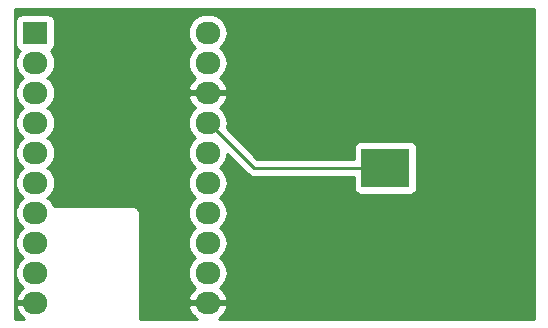
<source format=gbr>
G04 #@! TF.GenerationSoftware,KiCad,Pcbnew,(5.1.5)-3*
G04 #@! TF.CreationDate,2020-06-09T10:15:53-04:00*
G04 #@! TF.ProjectId,ble_mvp_1A-rev2-ButtonDaughter,626c655f-6d76-4705-9f31-412d72657632,rev?*
G04 #@! TF.SameCoordinates,Original*
G04 #@! TF.FileFunction,Copper,L2,Bot*
G04 #@! TF.FilePolarity,Positive*
%FSLAX46Y46*%
G04 Gerber Fmt 4.6, Leading zero omitted, Abs format (unit mm)*
G04 Created by KiCad (PCBNEW (5.1.5)-3) date 2020-06-09 10:15:53*
%MOMM*%
%LPD*%
G04 APERTURE LIST*
%ADD10R,4.100000X3.300000*%
%ADD11O,2.100000X1.900000*%
%ADD12R,2.100000X1.900000*%
%ADD13C,0.800000*%
%ADD14C,0.250000*%
%ADD15C,0.254000*%
G04 APERTURE END LIST*
D10*
X156761793Y-90560000D03*
D11*
X141706800Y-101993700D03*
X127096800Y-101993700D03*
X141706800Y-99453700D03*
X127096800Y-99453700D03*
X141706800Y-96913700D03*
X127096800Y-96913700D03*
X141706800Y-94373700D03*
X127096800Y-94373700D03*
X141706800Y-91833700D03*
X127096800Y-91833700D03*
X141706800Y-89293700D03*
X127096800Y-89293700D03*
X141706800Y-86753700D03*
X127096800Y-86753700D03*
X141706800Y-84213700D03*
X127096800Y-84213700D03*
X141706800Y-81673700D03*
X127096800Y-81673700D03*
X141706800Y-79133700D03*
D12*
X127096800Y-79133700D03*
D13*
X137274300Y-83553300D03*
X162191700Y-91236800D03*
D14*
X142006800Y-94373700D02*
X141906800Y-94373700D01*
X141806800Y-86753700D02*
X141706800Y-86753700D01*
X145613100Y-90560000D02*
X141806800Y-86753700D01*
X156761793Y-90560000D02*
X145613100Y-90560000D01*
D15*
G36*
X169340001Y-103340000D02*
G01*
X142637872Y-103340000D01*
X142657417Y-103330105D01*
X142901792Y-103138479D01*
X143104087Y-102902860D01*
X143256528Y-102632303D01*
X143347386Y-102366288D01*
X143227384Y-102120700D01*
X141833800Y-102120700D01*
X141833800Y-102140700D01*
X141579800Y-102140700D01*
X141579800Y-102120700D01*
X140186216Y-102120700D01*
X140066214Y-102366288D01*
X140157072Y-102632303D01*
X140309513Y-102902860D01*
X140511808Y-103138479D01*
X140756183Y-103330105D01*
X140775728Y-103340000D01*
X135960000Y-103340000D01*
X135960000Y-94482419D01*
X135963193Y-94450000D01*
X135950450Y-94320617D01*
X135912710Y-94196207D01*
X135851425Y-94081550D01*
X135768948Y-93981052D01*
X135668450Y-93898575D01*
X135553793Y-93837290D01*
X135429383Y-93799550D01*
X135332419Y-93790000D01*
X135300000Y-93786807D01*
X135267581Y-93790000D01*
X128676057Y-93790000D01*
X128668234Y-93764212D01*
X128521056Y-93488861D01*
X128322987Y-93247513D01*
X128147750Y-93103700D01*
X128322987Y-92959887D01*
X128521056Y-92718539D01*
X128668234Y-92443188D01*
X128758866Y-92144414D01*
X128789469Y-91833700D01*
X128758866Y-91522986D01*
X128668234Y-91224212D01*
X128521056Y-90948861D01*
X128322987Y-90707513D01*
X128147750Y-90563700D01*
X128322987Y-90419887D01*
X128521056Y-90178539D01*
X128668234Y-89903188D01*
X128758866Y-89604414D01*
X128789469Y-89293700D01*
X128758866Y-88982986D01*
X128668234Y-88684212D01*
X128521056Y-88408861D01*
X128322987Y-88167513D01*
X128147750Y-88023700D01*
X128322987Y-87879887D01*
X128521056Y-87638539D01*
X128668234Y-87363188D01*
X128758866Y-87064414D01*
X128789469Y-86753700D01*
X140014131Y-86753700D01*
X140044734Y-87064414D01*
X140135366Y-87363188D01*
X140282544Y-87638539D01*
X140480613Y-87879887D01*
X140655850Y-88023700D01*
X140480613Y-88167513D01*
X140282544Y-88408861D01*
X140135366Y-88684212D01*
X140044734Y-88982986D01*
X140014131Y-89293700D01*
X140044734Y-89604414D01*
X140135366Y-89903188D01*
X140282544Y-90178539D01*
X140480613Y-90419887D01*
X140655850Y-90563700D01*
X140480613Y-90707513D01*
X140282544Y-90948861D01*
X140135366Y-91224212D01*
X140044734Y-91522986D01*
X140014131Y-91833700D01*
X140044734Y-92144414D01*
X140135366Y-92443188D01*
X140282544Y-92718539D01*
X140480613Y-92959887D01*
X140655850Y-93103700D01*
X140480613Y-93247513D01*
X140282544Y-93488861D01*
X140135366Y-93764212D01*
X140044734Y-94062986D01*
X140014131Y-94373700D01*
X140044734Y-94684414D01*
X140135366Y-94983188D01*
X140282544Y-95258539D01*
X140480613Y-95499887D01*
X140655850Y-95643700D01*
X140480613Y-95787513D01*
X140282544Y-96028861D01*
X140135366Y-96304212D01*
X140044734Y-96602986D01*
X140014131Y-96913700D01*
X140044734Y-97224414D01*
X140135366Y-97523188D01*
X140282544Y-97798539D01*
X140480613Y-98039887D01*
X140655850Y-98183700D01*
X140480613Y-98327513D01*
X140282544Y-98568861D01*
X140135366Y-98844212D01*
X140044734Y-99142986D01*
X140014131Y-99453700D01*
X140044734Y-99764414D01*
X140135366Y-100063188D01*
X140282544Y-100338539D01*
X140480613Y-100579887D01*
X140663496Y-100729975D01*
X140511808Y-100848921D01*
X140309513Y-101084540D01*
X140157072Y-101355097D01*
X140066214Y-101621112D01*
X140186216Y-101866700D01*
X141579800Y-101866700D01*
X141579800Y-101846700D01*
X141833800Y-101846700D01*
X141833800Y-101866700D01*
X143227384Y-101866700D01*
X143347386Y-101621112D01*
X143256528Y-101355097D01*
X143104087Y-101084540D01*
X142901792Y-100848921D01*
X142750104Y-100729975D01*
X142932987Y-100579887D01*
X143131056Y-100338539D01*
X143278234Y-100063188D01*
X143368866Y-99764414D01*
X143399469Y-99453700D01*
X143368866Y-99142986D01*
X143278234Y-98844212D01*
X143131056Y-98568861D01*
X142932987Y-98327513D01*
X142757750Y-98183700D01*
X142932987Y-98039887D01*
X143131056Y-97798539D01*
X143278234Y-97523188D01*
X143368866Y-97224414D01*
X143399469Y-96913700D01*
X143368866Y-96602986D01*
X143278234Y-96304212D01*
X143131056Y-96028861D01*
X142932987Y-95787513D01*
X142757750Y-95643700D01*
X142932987Y-95499887D01*
X143131056Y-95258539D01*
X143278234Y-94983188D01*
X143368866Y-94684414D01*
X143399469Y-94373700D01*
X143368866Y-94062986D01*
X143278234Y-93764212D01*
X143131056Y-93488861D01*
X142932987Y-93247513D01*
X142757750Y-93103700D01*
X142932987Y-92959887D01*
X143131056Y-92718539D01*
X143278234Y-92443188D01*
X143368866Y-92144414D01*
X143399469Y-91833700D01*
X143368866Y-91522986D01*
X143278234Y-91224212D01*
X143131056Y-90948861D01*
X142932987Y-90707513D01*
X142757750Y-90563700D01*
X142932987Y-90419887D01*
X143131056Y-90178539D01*
X143278234Y-89903188D01*
X143368866Y-89604414D01*
X143388040Y-89409741D01*
X145049301Y-91071003D01*
X145073099Y-91100001D01*
X145102097Y-91123799D01*
X145188823Y-91194974D01*
X145320853Y-91265546D01*
X145464114Y-91309003D01*
X145575767Y-91320000D01*
X145575776Y-91320000D01*
X145613099Y-91323676D01*
X145650422Y-91320000D01*
X154073721Y-91320000D01*
X154073721Y-92210000D01*
X154085981Y-92334482D01*
X154122291Y-92454180D01*
X154181256Y-92564494D01*
X154260608Y-92661185D01*
X154357299Y-92740537D01*
X154467613Y-92799502D01*
X154587311Y-92835812D01*
X154711793Y-92848072D01*
X158811793Y-92848072D01*
X158936275Y-92835812D01*
X159055973Y-92799502D01*
X159166287Y-92740537D01*
X159262978Y-92661185D01*
X159342330Y-92564494D01*
X159401295Y-92454180D01*
X159437605Y-92334482D01*
X159449865Y-92210000D01*
X159449865Y-88910000D01*
X159437605Y-88785518D01*
X159401295Y-88665820D01*
X159342330Y-88555506D01*
X159262978Y-88458815D01*
X159166287Y-88379463D01*
X159055973Y-88320498D01*
X158936275Y-88284188D01*
X158811793Y-88271928D01*
X154711793Y-88271928D01*
X154587311Y-88284188D01*
X154467613Y-88320498D01*
X154357299Y-88379463D01*
X154260608Y-88458815D01*
X154181256Y-88555506D01*
X154122291Y-88665820D01*
X154085981Y-88785518D01*
X154073721Y-88910000D01*
X154073721Y-89800000D01*
X145927902Y-89800000D01*
X143327775Y-87199874D01*
X143368866Y-87064414D01*
X143399469Y-86753700D01*
X143368866Y-86442986D01*
X143278234Y-86144212D01*
X143131056Y-85868861D01*
X142932987Y-85627513D01*
X142750104Y-85477425D01*
X142901792Y-85358479D01*
X143104087Y-85122860D01*
X143256528Y-84852303D01*
X143347386Y-84586288D01*
X143227384Y-84340700D01*
X141833800Y-84340700D01*
X141833800Y-84360700D01*
X141579800Y-84360700D01*
X141579800Y-84340700D01*
X140186216Y-84340700D01*
X140066214Y-84586288D01*
X140157072Y-84852303D01*
X140309513Y-85122860D01*
X140511808Y-85358479D01*
X140663496Y-85477425D01*
X140480613Y-85627513D01*
X140282544Y-85868861D01*
X140135366Y-86144212D01*
X140044734Y-86442986D01*
X140014131Y-86753700D01*
X128789469Y-86753700D01*
X128758866Y-86442986D01*
X128668234Y-86144212D01*
X128521056Y-85868861D01*
X128322987Y-85627513D01*
X128147750Y-85483700D01*
X128322987Y-85339887D01*
X128521056Y-85098539D01*
X128668234Y-84823188D01*
X128758866Y-84524414D01*
X128789469Y-84213700D01*
X128758866Y-83902986D01*
X128668234Y-83604212D01*
X128521056Y-83328861D01*
X128322987Y-83087513D01*
X128147750Y-82943700D01*
X128322987Y-82799887D01*
X128521056Y-82558539D01*
X128668234Y-82283188D01*
X128758866Y-81984414D01*
X128789469Y-81673700D01*
X128758866Y-81362986D01*
X128668234Y-81064212D01*
X128521056Y-80788861D01*
X128415417Y-80660140D01*
X128501294Y-80614237D01*
X128597985Y-80534885D01*
X128677337Y-80438194D01*
X128736302Y-80327880D01*
X128772612Y-80208182D01*
X128784872Y-80083700D01*
X128784872Y-79133700D01*
X140014131Y-79133700D01*
X140044734Y-79444414D01*
X140135366Y-79743188D01*
X140282544Y-80018539D01*
X140480613Y-80259887D01*
X140655850Y-80403700D01*
X140480613Y-80547513D01*
X140282544Y-80788861D01*
X140135366Y-81064212D01*
X140044734Y-81362986D01*
X140014131Y-81673700D01*
X140044734Y-81984414D01*
X140135366Y-82283188D01*
X140282544Y-82558539D01*
X140480613Y-82799887D01*
X140663496Y-82949975D01*
X140511808Y-83068921D01*
X140309513Y-83304540D01*
X140157072Y-83575097D01*
X140066214Y-83841112D01*
X140186216Y-84086700D01*
X141579800Y-84086700D01*
X141579800Y-84066700D01*
X141833800Y-84066700D01*
X141833800Y-84086700D01*
X143227384Y-84086700D01*
X143347386Y-83841112D01*
X143256528Y-83575097D01*
X143104087Y-83304540D01*
X142901792Y-83068921D01*
X142750104Y-82949975D01*
X142932987Y-82799887D01*
X143131056Y-82558539D01*
X143278234Y-82283188D01*
X143368866Y-81984414D01*
X143399469Y-81673700D01*
X143368866Y-81362986D01*
X143278234Y-81064212D01*
X143131056Y-80788861D01*
X142932987Y-80547513D01*
X142757750Y-80403700D01*
X142932987Y-80259887D01*
X143131056Y-80018539D01*
X143278234Y-79743188D01*
X143368866Y-79444414D01*
X143399469Y-79133700D01*
X143368866Y-78822986D01*
X143278234Y-78524212D01*
X143131056Y-78248861D01*
X142932987Y-78007513D01*
X142691639Y-77809444D01*
X142416288Y-77662266D01*
X142117514Y-77571634D01*
X141884664Y-77548700D01*
X141528936Y-77548700D01*
X141296086Y-77571634D01*
X140997312Y-77662266D01*
X140721961Y-77809444D01*
X140480613Y-78007513D01*
X140282544Y-78248861D01*
X140135366Y-78524212D01*
X140044734Y-78822986D01*
X140014131Y-79133700D01*
X128784872Y-79133700D01*
X128784872Y-78183700D01*
X128772612Y-78059218D01*
X128736302Y-77939520D01*
X128677337Y-77829206D01*
X128597985Y-77732515D01*
X128501294Y-77653163D01*
X128390980Y-77594198D01*
X128271282Y-77557888D01*
X128146800Y-77545628D01*
X126046800Y-77545628D01*
X125922318Y-77557888D01*
X125802620Y-77594198D01*
X125692306Y-77653163D01*
X125595615Y-77732515D01*
X125516263Y-77829206D01*
X125457298Y-77939520D01*
X125420988Y-78059218D01*
X125408728Y-78183700D01*
X125408728Y-80083700D01*
X125420988Y-80208182D01*
X125457298Y-80327880D01*
X125516263Y-80438194D01*
X125595615Y-80534885D01*
X125692306Y-80614237D01*
X125778183Y-80660140D01*
X125672544Y-80788861D01*
X125525366Y-81064212D01*
X125434734Y-81362986D01*
X125404131Y-81673700D01*
X125434734Y-81984414D01*
X125525366Y-82283188D01*
X125672544Y-82558539D01*
X125870613Y-82799887D01*
X126045850Y-82943700D01*
X125870613Y-83087513D01*
X125672544Y-83328861D01*
X125525366Y-83604212D01*
X125434734Y-83902986D01*
X125404131Y-84213700D01*
X125434734Y-84524414D01*
X125525366Y-84823188D01*
X125672544Y-85098539D01*
X125870613Y-85339887D01*
X126045850Y-85483700D01*
X125870613Y-85627513D01*
X125672544Y-85868861D01*
X125525366Y-86144212D01*
X125434734Y-86442986D01*
X125404131Y-86753700D01*
X125434734Y-87064414D01*
X125525366Y-87363188D01*
X125672544Y-87638539D01*
X125870613Y-87879887D01*
X126045850Y-88023700D01*
X125870613Y-88167513D01*
X125672544Y-88408861D01*
X125525366Y-88684212D01*
X125434734Y-88982986D01*
X125404131Y-89293700D01*
X125434734Y-89604414D01*
X125525366Y-89903188D01*
X125672544Y-90178539D01*
X125870613Y-90419887D01*
X126045850Y-90563700D01*
X125870613Y-90707513D01*
X125672544Y-90948861D01*
X125525366Y-91224212D01*
X125434734Y-91522986D01*
X125404131Y-91833700D01*
X125434734Y-92144414D01*
X125525366Y-92443188D01*
X125672544Y-92718539D01*
X125870613Y-92959887D01*
X126045850Y-93103700D01*
X125870613Y-93247513D01*
X125672544Y-93488861D01*
X125525366Y-93764212D01*
X125434734Y-94062986D01*
X125404131Y-94373700D01*
X125434734Y-94684414D01*
X125525366Y-94983188D01*
X125672544Y-95258539D01*
X125870613Y-95499887D01*
X126045850Y-95643700D01*
X125870613Y-95787513D01*
X125672544Y-96028861D01*
X125525366Y-96304212D01*
X125434734Y-96602986D01*
X125404131Y-96913700D01*
X125434734Y-97224414D01*
X125525366Y-97523188D01*
X125672544Y-97798539D01*
X125870613Y-98039887D01*
X126045850Y-98183700D01*
X125870613Y-98327513D01*
X125672544Y-98568861D01*
X125525366Y-98844212D01*
X125434734Y-99142986D01*
X125404131Y-99453700D01*
X125434734Y-99764414D01*
X125525366Y-100063188D01*
X125672544Y-100338539D01*
X125870613Y-100579887D01*
X126053496Y-100729975D01*
X125901808Y-100848921D01*
X125699513Y-101084540D01*
X125547072Y-101355097D01*
X125456214Y-101621112D01*
X125576216Y-101866700D01*
X126969800Y-101866700D01*
X126969800Y-101846700D01*
X127223800Y-101846700D01*
X127223800Y-101866700D01*
X127243800Y-101866700D01*
X127243800Y-102120700D01*
X127223800Y-102120700D01*
X127223800Y-102140700D01*
X126969800Y-102140700D01*
X126969800Y-102120700D01*
X125576216Y-102120700D01*
X125456214Y-102366288D01*
X125547072Y-102632303D01*
X125699513Y-102902860D01*
X125901808Y-103138479D01*
X126146183Y-103330105D01*
X126165728Y-103340000D01*
X125360000Y-103340000D01*
X125360000Y-77160000D01*
X169340000Y-77160000D01*
X169340001Y-103340000D01*
G37*
X169340001Y-103340000D02*
X142637872Y-103340000D01*
X142657417Y-103330105D01*
X142901792Y-103138479D01*
X143104087Y-102902860D01*
X143256528Y-102632303D01*
X143347386Y-102366288D01*
X143227384Y-102120700D01*
X141833800Y-102120700D01*
X141833800Y-102140700D01*
X141579800Y-102140700D01*
X141579800Y-102120700D01*
X140186216Y-102120700D01*
X140066214Y-102366288D01*
X140157072Y-102632303D01*
X140309513Y-102902860D01*
X140511808Y-103138479D01*
X140756183Y-103330105D01*
X140775728Y-103340000D01*
X135960000Y-103340000D01*
X135960000Y-94482419D01*
X135963193Y-94450000D01*
X135950450Y-94320617D01*
X135912710Y-94196207D01*
X135851425Y-94081550D01*
X135768948Y-93981052D01*
X135668450Y-93898575D01*
X135553793Y-93837290D01*
X135429383Y-93799550D01*
X135332419Y-93790000D01*
X135300000Y-93786807D01*
X135267581Y-93790000D01*
X128676057Y-93790000D01*
X128668234Y-93764212D01*
X128521056Y-93488861D01*
X128322987Y-93247513D01*
X128147750Y-93103700D01*
X128322987Y-92959887D01*
X128521056Y-92718539D01*
X128668234Y-92443188D01*
X128758866Y-92144414D01*
X128789469Y-91833700D01*
X128758866Y-91522986D01*
X128668234Y-91224212D01*
X128521056Y-90948861D01*
X128322987Y-90707513D01*
X128147750Y-90563700D01*
X128322987Y-90419887D01*
X128521056Y-90178539D01*
X128668234Y-89903188D01*
X128758866Y-89604414D01*
X128789469Y-89293700D01*
X128758866Y-88982986D01*
X128668234Y-88684212D01*
X128521056Y-88408861D01*
X128322987Y-88167513D01*
X128147750Y-88023700D01*
X128322987Y-87879887D01*
X128521056Y-87638539D01*
X128668234Y-87363188D01*
X128758866Y-87064414D01*
X128789469Y-86753700D01*
X140014131Y-86753700D01*
X140044734Y-87064414D01*
X140135366Y-87363188D01*
X140282544Y-87638539D01*
X140480613Y-87879887D01*
X140655850Y-88023700D01*
X140480613Y-88167513D01*
X140282544Y-88408861D01*
X140135366Y-88684212D01*
X140044734Y-88982986D01*
X140014131Y-89293700D01*
X140044734Y-89604414D01*
X140135366Y-89903188D01*
X140282544Y-90178539D01*
X140480613Y-90419887D01*
X140655850Y-90563700D01*
X140480613Y-90707513D01*
X140282544Y-90948861D01*
X140135366Y-91224212D01*
X140044734Y-91522986D01*
X140014131Y-91833700D01*
X140044734Y-92144414D01*
X140135366Y-92443188D01*
X140282544Y-92718539D01*
X140480613Y-92959887D01*
X140655850Y-93103700D01*
X140480613Y-93247513D01*
X140282544Y-93488861D01*
X140135366Y-93764212D01*
X140044734Y-94062986D01*
X140014131Y-94373700D01*
X140044734Y-94684414D01*
X140135366Y-94983188D01*
X140282544Y-95258539D01*
X140480613Y-95499887D01*
X140655850Y-95643700D01*
X140480613Y-95787513D01*
X140282544Y-96028861D01*
X140135366Y-96304212D01*
X140044734Y-96602986D01*
X140014131Y-96913700D01*
X140044734Y-97224414D01*
X140135366Y-97523188D01*
X140282544Y-97798539D01*
X140480613Y-98039887D01*
X140655850Y-98183700D01*
X140480613Y-98327513D01*
X140282544Y-98568861D01*
X140135366Y-98844212D01*
X140044734Y-99142986D01*
X140014131Y-99453700D01*
X140044734Y-99764414D01*
X140135366Y-100063188D01*
X140282544Y-100338539D01*
X140480613Y-100579887D01*
X140663496Y-100729975D01*
X140511808Y-100848921D01*
X140309513Y-101084540D01*
X140157072Y-101355097D01*
X140066214Y-101621112D01*
X140186216Y-101866700D01*
X141579800Y-101866700D01*
X141579800Y-101846700D01*
X141833800Y-101846700D01*
X141833800Y-101866700D01*
X143227384Y-101866700D01*
X143347386Y-101621112D01*
X143256528Y-101355097D01*
X143104087Y-101084540D01*
X142901792Y-100848921D01*
X142750104Y-100729975D01*
X142932987Y-100579887D01*
X143131056Y-100338539D01*
X143278234Y-100063188D01*
X143368866Y-99764414D01*
X143399469Y-99453700D01*
X143368866Y-99142986D01*
X143278234Y-98844212D01*
X143131056Y-98568861D01*
X142932987Y-98327513D01*
X142757750Y-98183700D01*
X142932987Y-98039887D01*
X143131056Y-97798539D01*
X143278234Y-97523188D01*
X143368866Y-97224414D01*
X143399469Y-96913700D01*
X143368866Y-96602986D01*
X143278234Y-96304212D01*
X143131056Y-96028861D01*
X142932987Y-95787513D01*
X142757750Y-95643700D01*
X142932987Y-95499887D01*
X143131056Y-95258539D01*
X143278234Y-94983188D01*
X143368866Y-94684414D01*
X143399469Y-94373700D01*
X143368866Y-94062986D01*
X143278234Y-93764212D01*
X143131056Y-93488861D01*
X142932987Y-93247513D01*
X142757750Y-93103700D01*
X142932987Y-92959887D01*
X143131056Y-92718539D01*
X143278234Y-92443188D01*
X143368866Y-92144414D01*
X143399469Y-91833700D01*
X143368866Y-91522986D01*
X143278234Y-91224212D01*
X143131056Y-90948861D01*
X142932987Y-90707513D01*
X142757750Y-90563700D01*
X142932987Y-90419887D01*
X143131056Y-90178539D01*
X143278234Y-89903188D01*
X143368866Y-89604414D01*
X143388040Y-89409741D01*
X145049301Y-91071003D01*
X145073099Y-91100001D01*
X145102097Y-91123799D01*
X145188823Y-91194974D01*
X145320853Y-91265546D01*
X145464114Y-91309003D01*
X145575767Y-91320000D01*
X145575776Y-91320000D01*
X145613099Y-91323676D01*
X145650422Y-91320000D01*
X154073721Y-91320000D01*
X154073721Y-92210000D01*
X154085981Y-92334482D01*
X154122291Y-92454180D01*
X154181256Y-92564494D01*
X154260608Y-92661185D01*
X154357299Y-92740537D01*
X154467613Y-92799502D01*
X154587311Y-92835812D01*
X154711793Y-92848072D01*
X158811793Y-92848072D01*
X158936275Y-92835812D01*
X159055973Y-92799502D01*
X159166287Y-92740537D01*
X159262978Y-92661185D01*
X159342330Y-92564494D01*
X159401295Y-92454180D01*
X159437605Y-92334482D01*
X159449865Y-92210000D01*
X159449865Y-88910000D01*
X159437605Y-88785518D01*
X159401295Y-88665820D01*
X159342330Y-88555506D01*
X159262978Y-88458815D01*
X159166287Y-88379463D01*
X159055973Y-88320498D01*
X158936275Y-88284188D01*
X158811793Y-88271928D01*
X154711793Y-88271928D01*
X154587311Y-88284188D01*
X154467613Y-88320498D01*
X154357299Y-88379463D01*
X154260608Y-88458815D01*
X154181256Y-88555506D01*
X154122291Y-88665820D01*
X154085981Y-88785518D01*
X154073721Y-88910000D01*
X154073721Y-89800000D01*
X145927902Y-89800000D01*
X143327775Y-87199874D01*
X143368866Y-87064414D01*
X143399469Y-86753700D01*
X143368866Y-86442986D01*
X143278234Y-86144212D01*
X143131056Y-85868861D01*
X142932987Y-85627513D01*
X142750104Y-85477425D01*
X142901792Y-85358479D01*
X143104087Y-85122860D01*
X143256528Y-84852303D01*
X143347386Y-84586288D01*
X143227384Y-84340700D01*
X141833800Y-84340700D01*
X141833800Y-84360700D01*
X141579800Y-84360700D01*
X141579800Y-84340700D01*
X140186216Y-84340700D01*
X140066214Y-84586288D01*
X140157072Y-84852303D01*
X140309513Y-85122860D01*
X140511808Y-85358479D01*
X140663496Y-85477425D01*
X140480613Y-85627513D01*
X140282544Y-85868861D01*
X140135366Y-86144212D01*
X140044734Y-86442986D01*
X140014131Y-86753700D01*
X128789469Y-86753700D01*
X128758866Y-86442986D01*
X128668234Y-86144212D01*
X128521056Y-85868861D01*
X128322987Y-85627513D01*
X128147750Y-85483700D01*
X128322987Y-85339887D01*
X128521056Y-85098539D01*
X128668234Y-84823188D01*
X128758866Y-84524414D01*
X128789469Y-84213700D01*
X128758866Y-83902986D01*
X128668234Y-83604212D01*
X128521056Y-83328861D01*
X128322987Y-83087513D01*
X128147750Y-82943700D01*
X128322987Y-82799887D01*
X128521056Y-82558539D01*
X128668234Y-82283188D01*
X128758866Y-81984414D01*
X128789469Y-81673700D01*
X128758866Y-81362986D01*
X128668234Y-81064212D01*
X128521056Y-80788861D01*
X128415417Y-80660140D01*
X128501294Y-80614237D01*
X128597985Y-80534885D01*
X128677337Y-80438194D01*
X128736302Y-80327880D01*
X128772612Y-80208182D01*
X128784872Y-80083700D01*
X128784872Y-79133700D01*
X140014131Y-79133700D01*
X140044734Y-79444414D01*
X140135366Y-79743188D01*
X140282544Y-80018539D01*
X140480613Y-80259887D01*
X140655850Y-80403700D01*
X140480613Y-80547513D01*
X140282544Y-80788861D01*
X140135366Y-81064212D01*
X140044734Y-81362986D01*
X140014131Y-81673700D01*
X140044734Y-81984414D01*
X140135366Y-82283188D01*
X140282544Y-82558539D01*
X140480613Y-82799887D01*
X140663496Y-82949975D01*
X140511808Y-83068921D01*
X140309513Y-83304540D01*
X140157072Y-83575097D01*
X140066214Y-83841112D01*
X140186216Y-84086700D01*
X141579800Y-84086700D01*
X141579800Y-84066700D01*
X141833800Y-84066700D01*
X141833800Y-84086700D01*
X143227384Y-84086700D01*
X143347386Y-83841112D01*
X143256528Y-83575097D01*
X143104087Y-83304540D01*
X142901792Y-83068921D01*
X142750104Y-82949975D01*
X142932987Y-82799887D01*
X143131056Y-82558539D01*
X143278234Y-82283188D01*
X143368866Y-81984414D01*
X143399469Y-81673700D01*
X143368866Y-81362986D01*
X143278234Y-81064212D01*
X143131056Y-80788861D01*
X142932987Y-80547513D01*
X142757750Y-80403700D01*
X142932987Y-80259887D01*
X143131056Y-80018539D01*
X143278234Y-79743188D01*
X143368866Y-79444414D01*
X143399469Y-79133700D01*
X143368866Y-78822986D01*
X143278234Y-78524212D01*
X143131056Y-78248861D01*
X142932987Y-78007513D01*
X142691639Y-77809444D01*
X142416288Y-77662266D01*
X142117514Y-77571634D01*
X141884664Y-77548700D01*
X141528936Y-77548700D01*
X141296086Y-77571634D01*
X140997312Y-77662266D01*
X140721961Y-77809444D01*
X140480613Y-78007513D01*
X140282544Y-78248861D01*
X140135366Y-78524212D01*
X140044734Y-78822986D01*
X140014131Y-79133700D01*
X128784872Y-79133700D01*
X128784872Y-78183700D01*
X128772612Y-78059218D01*
X128736302Y-77939520D01*
X128677337Y-77829206D01*
X128597985Y-77732515D01*
X128501294Y-77653163D01*
X128390980Y-77594198D01*
X128271282Y-77557888D01*
X128146800Y-77545628D01*
X126046800Y-77545628D01*
X125922318Y-77557888D01*
X125802620Y-77594198D01*
X125692306Y-77653163D01*
X125595615Y-77732515D01*
X125516263Y-77829206D01*
X125457298Y-77939520D01*
X125420988Y-78059218D01*
X125408728Y-78183700D01*
X125408728Y-80083700D01*
X125420988Y-80208182D01*
X125457298Y-80327880D01*
X125516263Y-80438194D01*
X125595615Y-80534885D01*
X125692306Y-80614237D01*
X125778183Y-80660140D01*
X125672544Y-80788861D01*
X125525366Y-81064212D01*
X125434734Y-81362986D01*
X125404131Y-81673700D01*
X125434734Y-81984414D01*
X125525366Y-82283188D01*
X125672544Y-82558539D01*
X125870613Y-82799887D01*
X126045850Y-82943700D01*
X125870613Y-83087513D01*
X125672544Y-83328861D01*
X125525366Y-83604212D01*
X125434734Y-83902986D01*
X125404131Y-84213700D01*
X125434734Y-84524414D01*
X125525366Y-84823188D01*
X125672544Y-85098539D01*
X125870613Y-85339887D01*
X126045850Y-85483700D01*
X125870613Y-85627513D01*
X125672544Y-85868861D01*
X125525366Y-86144212D01*
X125434734Y-86442986D01*
X125404131Y-86753700D01*
X125434734Y-87064414D01*
X125525366Y-87363188D01*
X125672544Y-87638539D01*
X125870613Y-87879887D01*
X126045850Y-88023700D01*
X125870613Y-88167513D01*
X125672544Y-88408861D01*
X125525366Y-88684212D01*
X125434734Y-88982986D01*
X125404131Y-89293700D01*
X125434734Y-89604414D01*
X125525366Y-89903188D01*
X125672544Y-90178539D01*
X125870613Y-90419887D01*
X126045850Y-90563700D01*
X125870613Y-90707513D01*
X125672544Y-90948861D01*
X125525366Y-91224212D01*
X125434734Y-91522986D01*
X125404131Y-91833700D01*
X125434734Y-92144414D01*
X125525366Y-92443188D01*
X125672544Y-92718539D01*
X125870613Y-92959887D01*
X126045850Y-93103700D01*
X125870613Y-93247513D01*
X125672544Y-93488861D01*
X125525366Y-93764212D01*
X125434734Y-94062986D01*
X125404131Y-94373700D01*
X125434734Y-94684414D01*
X125525366Y-94983188D01*
X125672544Y-95258539D01*
X125870613Y-95499887D01*
X126045850Y-95643700D01*
X125870613Y-95787513D01*
X125672544Y-96028861D01*
X125525366Y-96304212D01*
X125434734Y-96602986D01*
X125404131Y-96913700D01*
X125434734Y-97224414D01*
X125525366Y-97523188D01*
X125672544Y-97798539D01*
X125870613Y-98039887D01*
X126045850Y-98183700D01*
X125870613Y-98327513D01*
X125672544Y-98568861D01*
X125525366Y-98844212D01*
X125434734Y-99142986D01*
X125404131Y-99453700D01*
X125434734Y-99764414D01*
X125525366Y-100063188D01*
X125672544Y-100338539D01*
X125870613Y-100579887D01*
X126053496Y-100729975D01*
X125901808Y-100848921D01*
X125699513Y-101084540D01*
X125547072Y-101355097D01*
X125456214Y-101621112D01*
X125576216Y-101866700D01*
X126969800Y-101866700D01*
X126969800Y-101846700D01*
X127223800Y-101846700D01*
X127223800Y-101866700D01*
X127243800Y-101866700D01*
X127243800Y-102120700D01*
X127223800Y-102120700D01*
X127223800Y-102140700D01*
X126969800Y-102140700D01*
X126969800Y-102120700D01*
X125576216Y-102120700D01*
X125456214Y-102366288D01*
X125547072Y-102632303D01*
X125699513Y-102902860D01*
X125901808Y-103138479D01*
X126146183Y-103330105D01*
X126165728Y-103340000D01*
X125360000Y-103340000D01*
X125360000Y-77160000D01*
X169340000Y-77160000D01*
X169340001Y-103340000D01*
M02*

</source>
